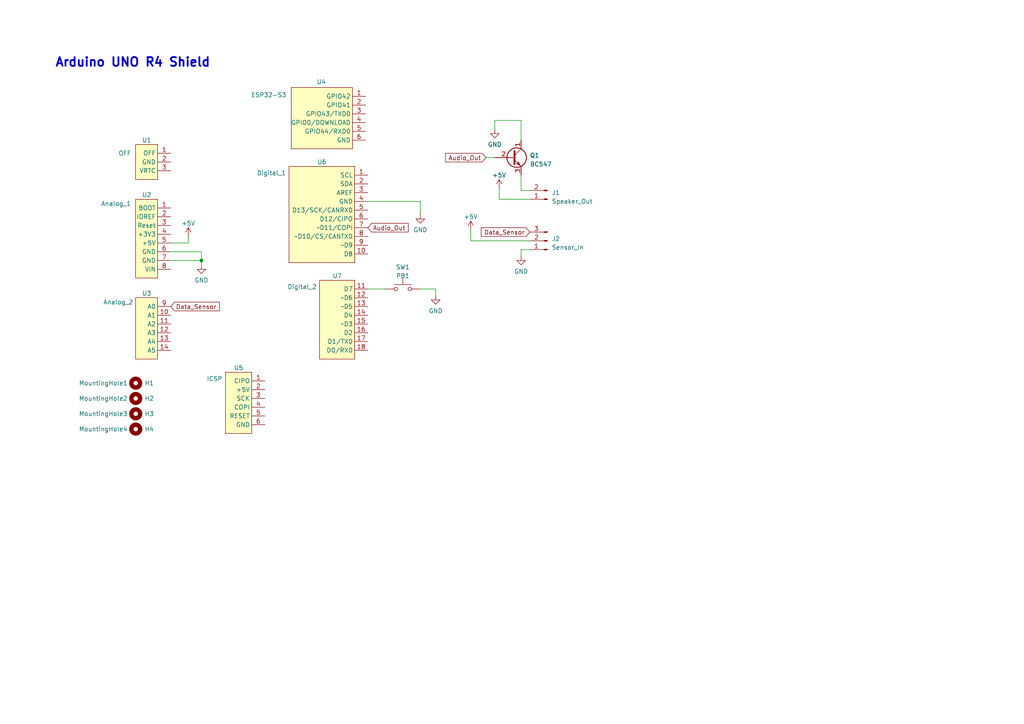
<source format=kicad_sch>
(kicad_sch (version 20231120) (generator "eeschema") (generator_version "8.0")
  (paper "A4")
  (title_block (title "Projek Workshop Mikrokontroler") (date "2023-07-13") (rev "1.0") (company "PENS"))
  (lib_symbols
    (symbol "Connector:Conn_01x02_Pin" (pin_names (offset 1.016) hide)
      (property "Reference" "J" (at 0 2.54 0))
      (property "Value" "Conn_01x02_Pin" (at 0 -5.08 0))
      (symbol "Conn_01x02_Pin_1_1"
        (polyline (pts (xy 1.27 -2.54) (xy 0.8636 -2.54)) (stroke (width 0.1524)))
        (polyline (pts (xy 1.27 0) (xy 0.8636 0)) (stroke (width 0.1524)))
        (rectangle (start 0.8636 -2.413) (end 0 -2.667) (stroke (width 0.1524)) (fill (type outline)))
        (rectangle (start 0.8636 0.127) (end 0 -0.127) (stroke (width 0.1524)) (fill (type outline)))
        (pin passive line (at 5.08 0 180) (length 3.81) (name "Pin_1") (number "1"))
        (pin passive line (at 5.08 -2.54 180) (length 3.81) (name "Pin_2") (number "2"))
      )
    )
    (symbol "Connector:Conn_01x03_Pin" (pin_names (offset 1.016) hide)
      (property "Reference" "J" (at 0 5.08 0))
      (property "Value" "Conn_01x03_Pin" (at 0 -5.08 0))
      (symbol "Conn_01x03_Pin_1_1"
        (polyline (pts (xy 1.27 -2.54) (xy 0.8636 -2.54)) (stroke (width 0.1524)))
        (polyline (pts (xy 1.27 0) (xy 0.8636 0)) (stroke (width 0.1524)))
        (polyline (pts (xy 1.27 2.54) (xy 0.8636 2.54)) (stroke (width 0.1524)))
        (rectangle (start 0.8636 -2.413) (end 0 -2.667) (stroke (width 0.1524)) (fill (type outline)))
        (rectangle (start 0.8636 0.127) (end 0 -0.127) (stroke (width 0.1524)) (fill (type outline)))
        (rectangle (start 0.8636 2.667) (end 0 2.413) (stroke (width 0.1524)) (fill (type outline)))
        (pin passive line (at 5.08 2.54 180) (length 3.81) (name "Pin_1") (number "1"))
        (pin passive line (at 5.08 0 180) (length 3.81) (name "Pin_2") (number "2"))
        (pin passive line (at 5.08 -2.54 180) (length 3.81) (name "Pin_3") (number "3"))
      )
    )
    (symbol "Connector_Arduino:Arduino_Header_Analog_1"
      (property "Reference" "U" (at -5.08 6.35 0))
      (property "Value" "Arduino_Header_Analog_1" (at -2.54 8.89 0))
      (symbol "Arduino_Header_Analog_1_0_1"
        (rectangle (start -6.35 5.08) (end 0 -17.78) (fill (type background)))
      )
      (symbol "Arduino_Header_Analog_1_1_1"
        (pin input line (at 3.81 2.54 180) (length 3.81) (name "BOOT") (number "1"))
        (pin power_out line (at 3.81 0 180) (length 3.81) (name "IOREF") (number "2"))
        (pin input line (at 3.81 -2.54 180) (length 3.81) (name "Reset") (number "3"))
        (pin power_out line (at 3.81 -5.08 180) (length 3.81) (name "+3V3") (number "4"))
        (pin power_out line (at 3.81 -7.62 180) (length 3.81) (name "+5V") (number "5"))
        (pin power_out line (at 3.81 -10.16 180) (length 3.81) (name "GND") (number "6"))
        (pin power_out line (at 3.81 -12.7 180) (length 3.81) (name "GND") (number "7"))
        (pin power_out line (at 3.81 -15.24 180) (length 3.81) (name "VIN") (number "8"))
      )
    )
    (symbol "Connector_Arduino:Arduino_Header_Analog_2"
      (property "Reference" "U" (at -5.08 6.35 0))
      (property "Value" "Arduino_Header_Analog_2" (at -2.54 8.89 0))
      (symbol "Arduino_Header_Analog_2_0_1"
        (rectangle (start -6.35 5.08) (end 0 -12.7) (fill (type background)))
      )
      (symbol "Arduino_Header_Analog_2_1_1"
        (pin bidirectional line (at 3.81 0 180) (length 3.81) (name "A1") (number "10"))
        (pin bidirectional line (at 3.81 -2.54 180) (length 3.81) (name "A2") (number "11"))
        (pin bidirectional line (at 3.81 -5.08 180) (length 3.81) (name "A3") (number "12"))
        (pin bidirectional line (at 3.81 -7.62 180) (length 3.81) (name "A4") (number "13"))
        (pin bidirectional line (at 3.81 -10.16 180) (length 3.81) (name "A5") (number "14"))
        (pin bidirectional line (at 3.81 2.54 180) (length 3.81) (name "A0") (number "9"))
      )
    )
    (symbol "Connector_Arduino:Arduino_Header_Digital_1"
      (property "Reference" "U" (at -5.08 6.35 0))
      (property "Value" "Arduino_Header_Digital_1" (at -2.54 8.89 0))
      (symbol "Arduino_Header_Digital_1_0_1"
        (rectangle (start -19.05 5.08) (end 0 -22.86) (fill (type background)))
      )
      (symbol "Arduino_Header_Digital_1_1_1"
        (pin bidirectional line (at 3.81 2.54 180) (length 3.81) (name "SCL") (number "1"))
        (pin bidirectional line (at 3.81 -20.32 180) (length 3.81) (name "D8") (number "10"))
        (pin bidirectional line (at 3.81 0 180) (length 3.81) (name "SDA") (number "2"))
        (pin output line (at 3.81 -2.54 180) (length 3.81) (name "AREF") (number "3"))
        (pin power_out line (at 3.81 -5.08 180) (length 3.81) (name "GND") (number "4"))
        (pin bidirectional line (at 3.81 -7.62 180) (length 3.81) (name "D13/SCK/CANRX0") (number "5"))
        (pin bidirectional line (at 3.81 -10.16 180) (length 3.81) (name "D12/CIPO") (number "6"))
        (pin bidirectional line (at 3.81 -12.7 180) (length 3.81) (name "~D11/COPI") (number "7"))
        (pin bidirectional line (at 3.81 -15.24 180) (length 3.81) (name "~D10/CS/CANTX0") (number "8"))
        (pin bidirectional line (at 3.81 -17.78 180) (length 3.81) (name "~D9") (number "9"))
      )
    )
    (symbol "Connector_Arduino:Arduino_Header_Digital_2"
      (property "Reference" "U" (at -5.08 6.35 0))
      (property "Value" "Arduino_Header_Digital_2" (at -2.54 8.89 0))
      (symbol "Arduino_Header_Digital_2_0_1"
        (rectangle (start -10.16 5.08) (end 0 -17.78) (fill (type background)))
      )
      (symbol "Arduino_Header_Digital_2_1_1"
        (pin bidirectional line (at 3.81 2.54 180) (length 3.81) (name "D7") (number "11"))
        (pin bidirectional line (at 3.81 0 180) (length 3.81) (name "~D6") (number "12"))
        (pin bidirectional line (at 3.81 -2.54 180) (length 3.81) (name "~D5") (number "13"))
        (pin bidirectional line (at 3.81 -5.08 180) (length 3.81) (name "D4") (number "14"))
        (pin bidirectional line (at 3.81 -7.62 180) (length 3.81) (name "~D3") (number "15"))
        (pin bidirectional line (at 3.81 -10.16 180) (length 3.81) (name "D2") (number "16"))
        (pin bidirectional line (at 3.81 -12.7 180) (length 3.81) (name "D1/TX0") (number "17"))
        (pin bidirectional line (at 3.81 -15.24 180) (length 3.81) (name "D0/RX0") (number "18"))
      )
    )
    (symbol "Connector_Arduino:Arduino_Header_ESP32-S3"
      (property "Reference" "U" (at -5.08 6.35 0))
      (property "Value" "Arduino_Header_ESP32-S3" (at -2.54 8.89 0))
      (symbol "Arduino_Header_ESP32-S3_0_1"
        (rectangle (start -17.78 5.08) (end 0 -12.7) (fill (type background)))
      )
      (symbol "Arduino_Header_ESP32-S3_1_1"
        (pin bidirectional line (at 3.81 2.54 180) (length 3.81) (name "GPIO42") (number "1"))
        (pin bidirectional line (at 3.81 0 180) (length 3.81) (name "GPIO41") (number "2"))
        (pin bidirectional line (at 3.81 -2.54 180) (length 3.81) (name "GPIO43/TXD0") (number "3"))
        (pin bidirectional line (at 3.81 -5.08 180) (length 3.81) (name "GPIO0/DOWNLOAD") (number "4"))
        (pin bidirectional line (at 3.81 -7.62 180) (length 3.81) (name "GPIO44/RXD0") (number "5"))
        (pin power_out line (at 3.81 -10.16 180) (length 3.81) (name "GND") (number "6"))
      )
    )
    (symbol "Connector_Arduino:Arduino_Header_ICSP"
      (property "Reference" "U" (at -5.08 6.35 0))
      (property "Value" "Arduino_Header_ICSP" (at -2.54 8.89 0))
      (symbol "Arduino_Header_ICSP_0_1"
        (rectangle (start -7.62 5.08) (end 0 -12.7) (fill (type background)))
      )
      (symbol "Arduino_Header_ICSP_1_1"
        (pin bidirectional line (at 3.81 2.54 180) (length 3.81) (name "CIPO") (number "1"))
        (pin power_out line (at 3.81 0 180) (length 3.81) (name "+5V") (number "2"))
        (pin bidirectional line (at 3.81 -2.54 180) (length 3.81) (name "SCK") (number "3"))
        (pin bidirectional line (at 3.81 -5.08 180) (length 3.81) (name "COPI") (number "4"))
        (pin bidirectional line (at 3.81 -7.62 180) (length 3.81) (name "RESET") (number "5"))
        (pin power_out line (at 3.81 -10.16 180) (length 3.81) (name "GND") (number "6"))
      )
    )
    (symbol "Connector_Arduino:Arduino_Header_OFF"
      (property "Reference" "U" (at -5.08 6.35 0))
      (property "Value" "Arduino_Header_OFF" (at -2.54 8.89 0))
      (symbol "Arduino_Header_OFF_0_1"
        (rectangle (start -6.35 5.08) (end 0 -5.08) (fill (type background)))
      )
      (symbol "Arduino_Header_OFF_1_1"
        (pin input line (at 3.81 2.54 180) (length 3.81) (name "OFF") (number "1"))
        (pin power_out line (at 3.81 0 180) (length 3.81) (name "GND") (number "2"))
        (pin power_in line (at 3.81 -2.54 180) (length 3.81) (name "VRTC") (number "3"))
      )
    )
    (symbol "Mechanical_Arduino:MountingHole_Arduino" (pin_names (offset 1.016))
      (property "Reference" "H" (at 0 5.08 0))
      (property "Value" "MountingHole_Arduino" (at 0 3.175 0))
      (symbol "MountingHole_Arduino_0_1"
        (circle (center 0 0) (radius 1.27) (stroke (width 1.27)))
      )
    )
    (symbol "Switch:SW_Push" (pin_numbers hide) (pin_names (offset 1.016) hide)
      (property "Reference" "SW" (at 1.27 2.54 0))
      (property "Value" "SW_Push" (at 0 -1.524 0))
      (symbol "SW_Push_0_1"
        (circle (center -2.032 0) (radius 0.508))
        (polyline (pts (xy 0 1.27) (xy 0 3.048)))
        (polyline (pts (xy 2.54 1.27) (xy -2.54 1.27)))
        (circle (center 2.032 0) (radius 0.508))
        (pin passive line (at -5.08 0 0) (length 2.54) (name "1") (number "1"))
        (pin passive line (at 5.08 0 180) (length 2.54) (name "2") (number "2"))
      )
    )
    (symbol "Transistor_BJT:BC547" (pin_names (offset 0) hide)
      (property "Reference" "Q" (at 5.08 1.905 0))
      (property "Value" "BC547" (at 5.08 0 0))
      (symbol "BC547_0_1"
        (polyline (pts (xy 0 0) (xy 0.635 0)))
        (polyline (pts (xy 0.635 0.635) (xy 2.54 2.54)))
        (polyline (pts (xy 0.635 -0.635) (xy 2.54 -2.54) (xy 2.54 -2.54)))
        (polyline (pts (xy 0.635 1.905) (xy 0.635 -1.905) (xy 0.635 -1.905)) (stroke (width 0.508)))
        (polyline (pts (xy 1.27 -1.778) (xy 1.778 -1.27) (xy 2.286 -2.286) (xy 1.27 -1.778) (xy 1.27 -1.778)) (fill (type outline)))
        (circle (center 1.27 0) (radius 2.8194) (stroke (width 0.254)))
      )
      (symbol "BC547_1_1"
        (pin passive line (at 2.54 5.08 270) (length 2.54) (name "C") (number "1"))
        (pin input line (at -5.08 0 0) (length 5.08) (name "B") (number "2"))
        (pin passive line (at 2.54 -5.08 90) (length 2.54) (name "E") (number "3"))
      )
    )
    (symbol "power:+5V" (power) (pin_names (offset 0))
      (property "Value" "+5V" (at 0 3.556 0))
      (symbol "+5V_0_1"
        (polyline (pts (xy -0.762 1.27) (xy 0 2.54)))
        (polyline (pts (xy 0 0) (xy 0 2.54)))
        (polyline (pts (xy 0 2.54) (xy 0.762 1.27)))
      )
      (symbol "+5V_1_1"
        (pin power_in line (at 0 0 90) (length 0) hide (name "+5V") (number "1"))
      )
    )
    (symbol "power:GND" (power) (pin_names (offset 0))
      (property "Value" "GND" (at 0 -3.81 0))
      (symbol "GND_0_1"
        (polyline (pts (xy 0 0) (xy 0 -1.27) (xy 1.27 -1.27) (xy 0 -2.54) (xy -1.27 -1.27) (xy 0 -1.27)))
      )
      (symbol "GND_1_1"
        (pin power_in line (at 0 0 270) (length 0) hide (name "GND") (number "1"))
      )
    )
  )
  (junction (at 58.42 75.565))
  (wire (pts (xy 151.13 40.64) (xy 151.13 34.925)))
  (wire (pts (xy 153.67 72.39) (xy 151.13 72.39)))
  (wire (pts (xy 49.53 75.565) (xy 58.42 75.565)))
  (wire (pts (xy 49.53 73.025) (xy 58.42 73.025)))
  (wire (pts (xy 140.97 45.72) (xy 143.51 45.72)))
  (wire (pts (xy 153.67 69.85) (xy 136.525 69.85)))
  (wire (pts (xy 58.42 73.025) (xy 58.42 75.565)))
  (wire (pts (xy 58.42 75.565) (xy 58.42 76.835)))
  (wire (pts (xy 126.365 85.725) (xy 126.365 83.82)))
  (wire (pts (xy 153.67 57.785) (xy 144.78 57.785)))
  (wire (pts (xy 49.53 70.485) (xy 54.61 70.485)))
  (wire (pts (xy 121.92 58.42) (xy 121.92 62.23)))
  (wire (pts (xy 106.68 58.42) (xy 121.92 58.42)))
  (wire (pts (xy 144.78 57.785) (xy 144.78 54.61)))
  (wire (pts (xy 126.365 83.82) (xy 121.92 83.82)))
  (wire (pts (xy 54.61 70.485) (xy 54.61 68.58)))
  (wire (pts (xy 151.13 50.8) (xy 151.13 55.245)))
  (wire (pts (xy 143.51 34.925) (xy 143.51 37.465)))
  (wire (pts (xy 136.525 69.85) (xy 136.525 66.675)))
  (wire (pts (xy 106.68 83.82) (xy 111.76 83.82)))
  (wire (pts (xy 151.13 55.245) (xy 153.67 55.245)))
  (wire (pts (xy 151.13 34.925) (xy 143.51 34.925)))
  (wire (pts (xy 151.13 72.39) (xy 151.13 74.295)))
  (text "Arduino UNO R4 Shield" (at 15.875 19.685 0) (effects (font (size 2.54 2.54) (thickness 0.508) (bold yes)) (justify left bottom)))
  (global_label "Audio_Out" (shape input) (at 106.68 66.04 0) (property "Intersheetrefs" "${INTERSHEET_REFS}" (effects (hide yes))))
  (global_label "Data_Sensor" (shape input) (at 49.53 88.9 0) (property "Intersheetrefs" "${INTERSHEET_REFS}" (effects (hide yes))))
  (global_label "Data_Sensor" (shape input) (at 153.67 67.31 180) (property "Intersheetrefs" "${INTERSHEET_REFS}" (effects (hide yes))))
  (global_label "Audio_Out" (shape input) (at 140.97 45.72 180) (property "Intersheetrefs" "${INTERSHEET_REFS}" (effects (hide yes))))
  (symbol (lib_id "Connector_Arduino:Arduino_Header_Digital_2") (at 102.87 86.36 0) (unit 1)
    (property "Reference" "U7" (at 97.79 80.01 0))
    (property "Value" "Digital_2" (at 87.63 83.185 0))
    (property "Footprint" "ArduinoPinSockets:Arduino_PinSocket_1x08_P2.54mm_Vertical" (effects (hide yes)))
  )
  (symbol (lib_id "Mechanical_Arduino:MountingHole_Arduino") (at 39.37 124.46 0) (unit 1)
    (property "Reference" "H4" (at 41.91 124.46 0) (effects (justify left)))
    (property "Value" "MountingHole4" (at 22.86 124.46 0) (effects (justify left)))
    (property "Footprint" "ArduinoMountingHoles:Arduino_MountingHole" (effects (hide yes)))
  )
  (symbol (lib_id "Connector_Arduino:Arduino_Header_ICSP") (at 73.025 113.03 0) (unit 1)
    (property "Reference" "U5" (at 69.215 106.68 0))
    (property "Value" "ICSP" (at 62.23 109.855 0))
    (property "Footprint" "ArduinoPinSockets:Arduino_PinSocket_2x03_P2.54mm_Vertical" (effects (hide yes)))
  )
  (symbol (lib_id "Connector_Arduino:Arduino_Header_Analog_2") (at 45.72 91.44 0) (unit 1)
    (property "Reference" "U3" (at 42.545 85.09 0))
    (property "Value" "Analog_2" (at 34.29 87.63 0))
    (property "Footprint" "ArduinoPinSockets:Arduino_PinSocket_1x06_P2.54mm_Vertical" (effects (hide yes)))
  )
  (symbol (lib_id "Connector_Arduino:Arduino_Header_Digital_1") (at 102.87 53.34 0) (unit 1)
    (property "Reference" "U6" (at 93.345 46.99 0))
    (property "Value" "Digital_1" (at 78.74 50.165 0))
    (property "Footprint" "ArduinoPinSockets:Arduino_PinSocket_1x10_P2.54mm_Vertical" (effects (hide yes)))
  )
  (symbol (lib_id "Connector_Arduino:Arduino_Header_ESP32-S3") (at 102.235 30.48 0) (unit 1)
    (property "Reference" "U4" (at 93.2121 23.7327 0))
    (property "Value" "ESP32-S3" (at 77.9721 27.5427 0))
    (property "Footprint" "ArduinoPinSockets:Arduino_PinSocket_2x03_P2.54mm_Vertical" (effects (hide yes)))
  )
  (symbol (lib_id "Connector_Arduino:Arduino_Header_OFF") (at 45.72 46.99 0) (unit 1)
    (property "Reference" "U1" (at 42.545 40.64 0))
    (property "Value" "OFF" (at 36.195 44.45 0))
    (property "Footprint" "ArduinoPinSockets:Arduino_PinSocket_1x03_P2.54mm_Vertical" (effects (hide yes)))
  )
  (symbol (lib_id "Switch:SW_Push") (at 116.84 83.82 0) (unit 1)
    (property "Reference" "SW1" (at 116.84 77.47 0))
    (property "Value" "PB1" (at 116.84 80.01 0))
    (property "Footprint" "Button_Switch_THT:SW_PUSH_6mm" (effects (hide yes)))
  )
  (symbol (lib_id "Connector:Conn_01x03_Pin") (at 158.75 69.85 180) (unit 1)
    (property "Reference" "J2" (at 160.02 69.215 0) (effects (justify right)))
    (property "Value" "Sensor_In" (at 160.02 71.755 0) (effects (justify right)))
    (property "Footprint" "Connector_PinHeader_2.54mm:PinHeader_1x03_P2.54mm_Vertical" (effects (hide yes)))
  )
  (symbol (lib_id "power:+5V") (at 144.78 54.61 0) (unit 1)
    (property "Reference" "#PWR06" (effects (hide yes)))
    (property "Value" "+5V" (at 144.78 50.8 0))
  )
  (symbol (lib_id "power:+5V") (at 136.525 66.675 0) (unit 1)
    (property "Reference" "#PWR07" (effects (hide yes)))
    (property "Value" "+5V" (at 136.525 62.865 0))
  )
  (symbol (lib_id "power:GND") (at 121.92 62.23 0) (unit 1)
    (property "Reference" "#PWR03" (effects (hide yes)))
    (property "Value" "GND" (at 121.92 66.675 0))
  )
  (symbol (lib_id "power:+5V") (at 54.61 68.58 0) (unit 1)
    (property "Reference" "#PWR04" (effects (hide yes)))
    (property "Value" "+5V" (at 54.61 64.77 0))
  )
  (symbol (lib_id "power:GND") (at 126.365 85.725 0) (unit 1)
    (property "Reference" "#PWR01" (effects (hide yes)))
    (property "Value" "GND" (at 126.365 90.17 0))
  )
  (symbol (lib_id "power:GND") (at 143.51 37.465 0) (unit 1)
    (property "Reference" "#PWR05" (effects (hide yes)))
    (property "Value" "GND" (at 143.51 41.91 0))
  )
  (symbol (lib_id "power:GND") (at 58.42 76.835 0) (unit 1)
    (property "Reference" "#PWR02" (effects (hide yes)))
    (property "Value" "GND" (at 58.42 81.28 0))
  )
  (symbol (lib_id "power:GND") (at 151.13 74.295 0) (unit 1)
    (property "Reference" "#PWR08" (effects (hide yes)))
    (property "Value" "GND" (at 151.13 78.74 0))
  )
  (symbol (lib_id "Connector_Arduino:Arduino_Header_Analog_1") (at 45.72 62.865 0) (unit 1)
    (property "Reference" "U2" (at 42.545 56.515 0))
    (property "Value" "Analog_1" (at 33.655 59.055 0))
    (property "Footprint" "ArduinoPinSockets:Arduino_PinSocket_1x08_P2.54mm_Vertical" (effects (hide yes)))
  )
  (symbol (lib_id "Mechanical_Arduino:MountingHole_Arduino") (at 39.37 115.57 0) (unit 1)
    (property "Reference" "H2" (at 41.91 115.57 0) (effects (justify left)))
    (property "Value" "MountingHole2" (at 22.86 115.57 0) (effects (justify left)))
    (property "Footprint" "ArduinoMountingHoles:Arduino_MountingHole" (effects (hide yes)))
  )
  (symbol (lib_id "Mechanical_Arduino:MountingHole_Arduino") (at 39.37 111.125 0) (unit 1)
    (property "Reference" "H1" (at 41.91 111.125 0) (effects (justify left)))
    (property "Value" "MountingHole1" (at 22.86 111.125 0) (effects (justify left)))
    (property "Footprint" "ArduinoMountingHoles:Arduino_MountingHole" (effects (hide yes)))
  )
  (symbol (lib_id "Connector:Conn_01x02_Pin") (at 158.75 57.785 180) (unit 1)
    (property "Reference" "J1" (at 160.02 55.88 0) (effects (justify right)))
    (property "Value" "Speaker_Out" (at 160.02 58.42 0) (effects (justify right)))
    (property "Footprint" "Connector_PinHeader_2.54mm:PinHeader_1x02_P2.54mm_Vertical" (effects (hide yes)))
  )
  (symbol (lib_id "Mechanical_Arduino:MountingHole_Arduino") (at 39.37 120.015 0) (unit 1)
    (property "Reference" "H3" (at 41.91 120.015 0) (effects (justify left)))
    (property "Value" "MountingHole3" (at 22.86 120.015 0) (effects (justify left)))
    (property "Footprint" "ArduinoMountingHoles:Arduino_MountingHole" (effects (hide yes)))
  )
  (symbol (lib_id "Transistor_BJT:BC547") (at 148.59 45.72 0) (unit 1)
    (property "Reference" "Q1" (at 153.67 45.085 0) (effects (justify left)))
    (property "Value" "BC547" (at 153.67 47.625 0) (effects (justify left)))
    (property "Footprint" "Package_TO_SOT_THT:TO-92_Inline_Wide" (effects (hide yes)))
    (property "Datasheet" "https://www.onsemi.com/pub/Collateral/BC550-D.pdf" (effects (hide yes)))
  )
)
</source>
